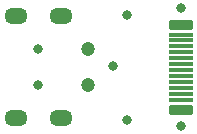
<source format=gbr>
%TF.GenerationSoftware,KiCad,Pcbnew,7.0.10*%
%TF.CreationDate,2024-06-03T15:36:03+09:00*%
%TF.ProjectId,JUICEJACK-DEFENDER,4a554943-454a-4414-934b-2d444546454e,rev?*%
%TF.SameCoordinates,PX6422c40PY592b260*%
%TF.FileFunction,Soldermask,Bot*%
%TF.FilePolarity,Negative*%
%FSLAX46Y46*%
G04 Gerber Fmt 4.6, Leading zero omitted, Abs format (unit mm)*
G04 Created by KiCad (PCBNEW 7.0.10) date 2024-06-03 15:36:03*
%MOMM*%
%LPD*%
G01*
G04 APERTURE LIST*
G04 Aperture macros list*
%AMRoundRect*
0 Rectangle with rounded corners*
0 $1 Rounding radius*
0 $2 $3 $4 $5 $6 $7 $8 $9 X,Y pos of 4 corners*
0 Add a 4 corners polygon primitive as box body*
4,1,4,$2,$3,$4,$5,$6,$7,$8,$9,$2,$3,0*
0 Add four circle primitives for the rounded corners*
1,1,$1+$1,$2,$3*
1,1,$1+$1,$4,$5*
1,1,$1+$1,$6,$7*
1,1,$1+$1,$8,$9*
0 Add four rect primitives between the rounded corners*
20,1,$1+$1,$2,$3,$4,$5,0*
20,1,$1+$1,$4,$5,$6,$7,0*
20,1,$1+$1,$6,$7,$8,$9,0*
20,1,$1+$1,$8,$9,$2,$3,0*%
G04 Aperture macros list end*
%ADD10O,1.954000X1.354000*%
%ADD11RoundRect,0.050000X0.950000X-0.150000X0.950000X0.150000X-0.950000X0.150000X-0.950000X-0.150000X0*%
%ADD12RoundRect,0.050000X0.950000X-0.350000X0.950000X0.350000X-0.950000X0.350000X-0.950000X-0.350000X0*%
%ADD13C,0.800000*%
%ADD14C,1.200000*%
G04 APERTURE END LIST*
D10*
%TO.C,CN2*%
X6450000Y10320000D03*
X6450000Y1680000D03*
X2650000Y10320000D03*
X2650000Y1680000D03*
%TD*%
D11*
%TO.C,CN1*%
X16600000Y3250000D03*
X16600000Y3750000D03*
X16600000Y4250000D03*
X16600000Y4750000D03*
X16600000Y5250000D03*
X16600000Y5750000D03*
X16600000Y6250000D03*
X16600000Y6750000D03*
X16600000Y7250000D03*
X16600000Y7750000D03*
X16600000Y8250000D03*
X16600000Y8750000D03*
D12*
X16600000Y2400000D03*
X16600000Y9600000D03*
%TD*%
D13*
X4500000Y4500000D03*
X4500000Y7500000D03*
X12000000Y1500000D03*
X12050000Y10400000D03*
X16600000Y11000000D03*
X16600000Y1000000D03*
D14*
X8750000Y7520000D03*
X8750000Y4450000D03*
D13*
X10800000Y6050000D03*
M02*

</source>
